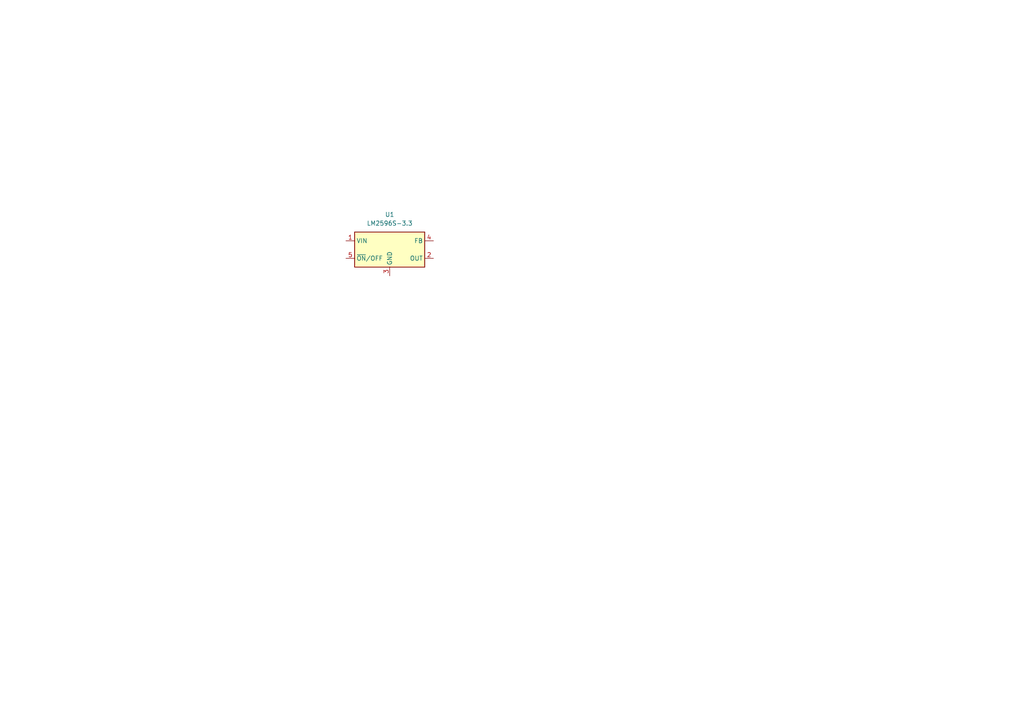
<source format=kicad_sch>
(kicad_sch (version 20250114) (generator "eeschema") (generator_version "9.0")
  (paper "A4")
  (lib_symbols
    (symbol "Regulator_Switching:LM2596S-3.3"
      (property "Reference" "U" (at -10.16 6.35 0))
      (property "Value" "LM2596S-3.3" (at 0 6.35 0))
      (symbol "LM2596S-3.3_0_1"
        (rectangle (start -10.16 5.08) (end 10.16 -5.08) (stroke (width 0.254)) (fill (type background)))
      )
      (symbol "LM2596S-3.3_1_1"
        (pin power_in line (at -12.7 2.54 0) (length 2.54) (name "VIN") (number "1"))
        (pin input line (at -12.7 -2.54 0) (length 2.54) (name "~{ON}/OFF") (number "5"))
        (pin power_in line (at 0 -7.62 90) (length 2.54) (name "GND") (number "3"))
        (pin input line (at 12.7 2.54 180) (length 2.54) (name "FB") (number "4"))
        (pin output line (at 12.7 -2.54 180) (length 2.54) (name "OUT") (number "2"))
      )
    )
  )
  (symbol (lib_id "Regulator_Switching:LM2596S-3.3") (at 113.03 72.39 0) (unit 1)
    (property "Reference" "U1" (at 113.03 62.23 0))
    (property "Value" "LM2596S-3.3" (at 113.03 64.77 0))
    (property "Footprint" "Package_TO_SOT_SMD:TO-263-5_TabPin3" (effects (hide yes)))
    (property "Datasheet" "http://www.ti.com/lit/ds/symlink/lm2596.pdf" (effects (hide yes)))
    (property "Description" "3.3V 3A Step-Down Voltage Regulator, TO-263" (effects (hide yes)))
  )
)
</source>
